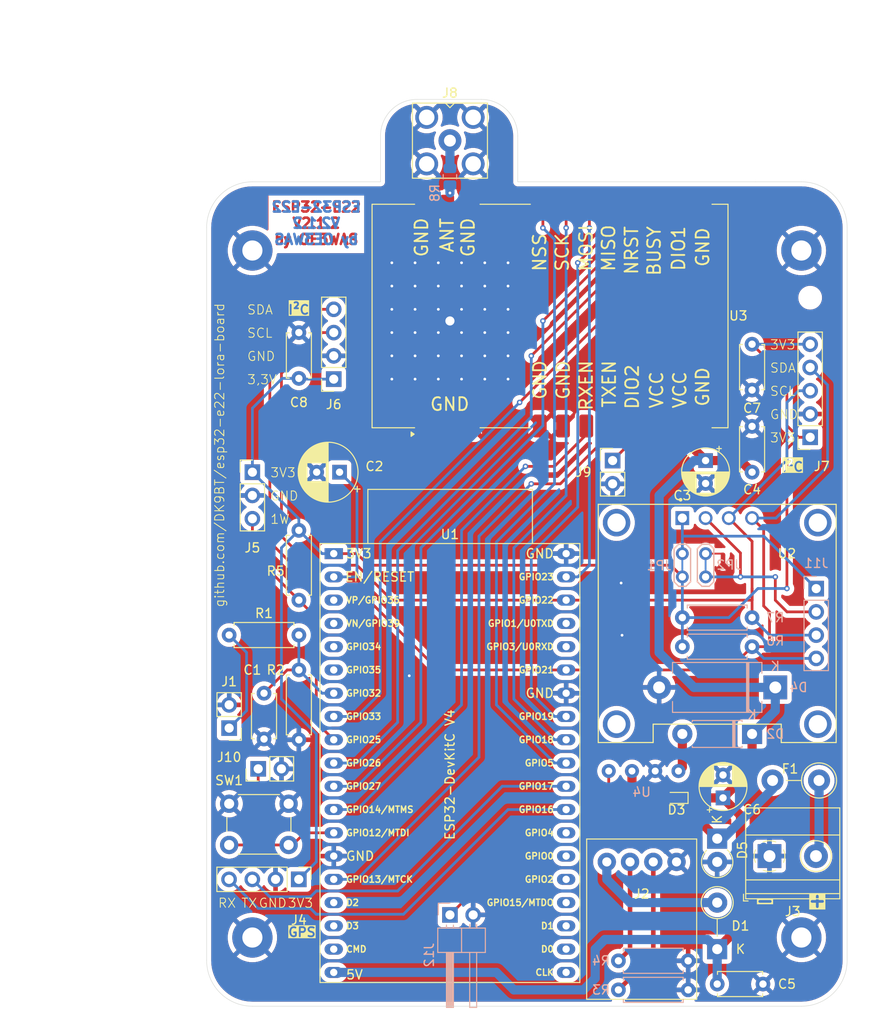
<source format=kicad_pcb>
(kicad_pcb (version 20240108) (generator "pcbnew") (generator_version "8.0")
  (title_block (title "ESP32+E22 single sided") (date "2024-11-17") (rev "V 2.1.2") (comment 1 "designed by OE3WAS"))
  (layers (0 "F.Cu" signal) (31 "B.Cu" signal) (34 "B.Paste" user) (35 "F.Paste" user) (36 "B.SilkS" user "B.Silkscreen") (37 "F.SilkS" user "F.Silkscreen") (38 "B.Mask" user) (39 "F.Mask" user) (44 "Edge.Cuts" user))
  (net 0 "")
  (net 1 "/GPS_TX")
  (net 2 "+3.3V")
  (net 3 "GND")
  (net 4 "/GPS_RX")
  (net 5 "/SDA")
  (net 6 "/SCL")
  (net 7 "/OneWire")
  (net 8 "Net-(U1-32K_XP{slash}GPIO32{slash}ADC1_CH4)")
  (net 9 "/E22_BUSY")
  (net 10 "Net-(U1-CHIP_PU)")
  (net 11 "/E22_NRST")
  (net 12 "Net-(D2-A)")
  (net 13 "/MISO")
  (net 14 "/MOSI")
  (net 15 "/E22_SCK")
  (net 16 "+5V")
  (net 17 "/E22_DIO1")
  (net 18 "/E22_NSS")
  (net 19 "Net-(J1-Pin_1)")
  (net 20 "Net-(J8-In)")
  (net 21 "Net-(J9-Pin_1)")
  (net 22 "Net-(J10-Pin_1)")
  (net 38 "/E22_RXEN")
  (net 39 "/E22_TXEN")
  (net 41 "Net-(J11-Pin_2)")
  (net 42 "Net-(D1-A)")
  (net 43 "Net-(U3-ANT)")
  (net 44 "Net-(J2-CC2)")
  (net 45 "Net-(J2-CC1)")
  (net 46 "Net-(D5-K)")
  (net 47 "Net-(J3-Pin_2)")
  (net 48 "Net-(J12-Pin_1)")
  (footprint "Connector_PinHeader_2.54mm:PinHeader_1x03_P2.54mm_Vertical" (layer "F.Cu") (at 115.57 87.63)
    (property "Reference" "J5")
    (property "Value" "Conn_01x03_Socket")
  )
  (footprint "Resistor_THT:R_Axial_DIN0207_L6.3mm_D2.5mm_P7.62mm_Horizontal" (layer "F.Cu") (at 113.03 105.41)
    (property "Reference" "R1")
    (property "Value" "5k1")
  )
  (footprint "Capacitor_THT:CP_Radial_D5.0mm_P2.50mm" (layer "F.Cu") (at 167.005 123.19 90)
    (property "Reference" "C6")
    (property "Value" "470µF")
  )
  (footprint "MountingHole:MountingHole_2.2mm_M2_Pad_TopBottom" (layer "F.Cu") (at 115.57 138.43)
    (property "Reference" "H3" (hide yes))
    (property "Value" "MountingHole_Pad")
  )
  (footprint "TerminalBlock_Phoenix:TerminalBlock_Phoenix_MKDS-1,5-2-5.08_1x02_P5.08mm_Horizontal" (layer "F.Cu") (at 172.085 129.54)
    (property "Reference" "J3")
    (property "Value" "Screw_Terminal_01x02")
  )
  (footprint "Resistor_THT:R_Axial_DIN0207_L6.3mm_D2.5mm_P7.62mm_Horizontal" (layer "F.Cu") (at 120.65 109.22 -90)
    (property "Reference" "R2")
    (property "Value" "5k1")
  )
  (footprint "Diode_THT:D_DO-41_SOD81_P2.54mm_Vertical_KathodeUp" (layer "F.Cu") (at 166.37 127.635 -90)
    (property "Reference" "D5")
    (property "Value" "1N4007")
  )
  (footprint "Capacitor_THT:CP_Radial_D6.3mm_P2.50mm" (layer "F.Cu") (at 125.095 87.63 180)
    (property "Reference" "C2")
    (property "Value" "10µF")
  )
  (footprint "footprints_local:DM-OLED096-636" (layer "F.Cu") (at 166.37 104.14)
    (property "Reference" "U2")
    (property "Value" "DM-OLED096-636")
  )
  (footprint "Resistor_THT:R_Axial_DIN0207_L6.3mm_D2.5mm_P7.62mm_Horizontal" (layer "F.Cu") (at 120.65 93.98 -90)
    (property "Reference" "R5")
    (property "Value" "4k7")
  )
  (footprint "footprints_local:USB-C_vert" (layer "F.Cu") (at 158.115 130.175)
    (property "Reference" "J2")
    (property "Value" "~")
  )
  (footprint "MountingHole:MountingHole_2.2mm_M2_Pad_TopBottom" (layer "F.Cu") (at 115.57 63.43)
    (property "Reference" "H1" (hide yes))
    (property "Value" "MountingHole_Pad")
  )
  (footprint "Connector_PinHeader_2.54mm:PinHeader_1x02_P2.54mm_Vertical" (layer "F.Cu") (at 113.03 115.57 180)
    (property "Reference" "J1")
    (property "Value" "Conn_01x02_Socket")
  )
  (footprint "Connector_PinSocket_2.54mm:PinSocket_1x04_P2.54mm_Vertical" (layer "F.Cu") (at 124.46 77.47 180)
    (property "Reference" "J6")
    (property "Value" "Conn_01x04_Socket")
  )
  (footprint "Diode_THT:D_DO-41_SOD81_P5.08mm_Vertical_KathodeUp" (layer "F.Cu") (at 166.37 139.7 90)
    (property "Reference" "D1")
    (property "Value" "1N5817")
  )
  (footprint "Capacitor_THT:C_Disc_D4.7mm_W2.5mm_P5.00mm" (layer "F.Cu") (at 170.18 87.63 90)
    (property "Reference" "C4")
    (property "Value" "100nF")
  )
  (footprint "MountingHole:MountingHole_2.2mm_M2_Pad_TopBottom" (layer "F.Cu") (at 175.57 63.43)
    (property "Reference" "H2" (hide yes))
    (property "Value" "MountingHole_Pad")
  )
  (footprint "Connector_PinSocket_2.54mm:PinSocket_1x05_P2.54mm_Vertical" (layer "F.Cu") (at 176.53 83.82 180)
    (property "Reference" "J7")
    (property "Value" "Conn_01x05_Socket")
  )
  (footprint "Capacitor_THT:C_Disc_D4.7mm_W2.5mm_P5.00mm" (layer "F.Cu") (at 166.37 143.51)
    (property "Reference" "C5")
    (property "Value" "100nF")
  )
  (footprint "Connector_Coaxial:SMA_Amphenol_901-143_Horizontal" (layer "F.Cu") (at 137.16 51.435 -90)
    (property "Reference" "J8")
    (property "Value" "SMA")
  )
  (footprint "MountingHole:MountingHole_2.1mm" (layer "F.Cu") (at 176.53 68.58)
    (property "Reference" "REF**" (hide yes))
    (property "Value" "MountingHole_2.1mm")
  )
  (footprint "Capacitor_THT:CP_Radial_D5.0mm_P2.50mm" (layer "F.Cu") (at 165.1 86.36 -90)
    (property "Reference" "C3")
    (property "Value" "470µF")
  )
  (footprint "NetTie:NetTie-2_SMD_Pad0.5mm" (layer "F.Cu") (at 167.005 97.155 -90)
    (property "Reference" "NT1" (hide yes))
    (property "Value" "NetTie_2" (hide yes))
  )
  (footprint "footprints_local:E22-400M33S" (layer "F.Cu") (at 145.1 70.58 90)
    (property "Reference" "U3")
    (property "Value" "E22-400M33S")
  )
  (footprint "Connector_PinHeader_2.54mm:PinHeader_1x04_P2.54mm_Vertical" (layer "F.Cu") (at 120.64 132.08 -90)
    (property "Reference" "J4")
    (property "Value" "Conn_01x04_Socket" (hide yes))
  )
  (footprint "footprints_local:ESP32-DevKitC" (layer "F.Cu") (at 124.46 96.52)
    (property "Reference" "U1")
    (property "Value" "ESP32-DevKitC V4")
  )
  (footprint "Capacitor_THT:C_Disc_D4.7mm_W2.5mm_P5.00mm" (layer "F.Cu") (at 170.18 73.66 -90)
    (property "Reference" "C7")
    (property "Value" "100nF")
  )
  (footprint "Capacitor_THT:C_Disc_D4.7mm_W2.5mm_P5.00mm" (layer "F.Cu") (at 116.84 111.76 -90)
    (property "Reference" "C1")
    (property "Value" "100nF")
  )
  (footprint "MountingHole:MountingHole_2.2mm_M2_Pad_TopBottom" (layer "F.Cu") (at 175.57 138.43)
    (property "Reference" "H4" (hide yes))
    (property "Value" "MountingHole_Pad")
  )
  (footprint "Resistor_THT:R_Axial_DIN0411_L9.9mm_D3.6mm_P5.08mm_Vertical" (layer "F.Cu") (at 177.5 121.285 180)
    (property "Reference" "F1")
    (property "Value" "2A")
  )
  (footprint "Capacitor_THT:C_Disc_D4.7mm_W2.5mm_P5.00mm" (layer "F.Cu") (at 120.65 72.39 -90)
    (property "Reference" "C8")
    (property "Value" "100nF")
  )
  (footprint "Connector_PinHeader_2.54mm:PinHeader_1x02_P2.54mm_Vertical" (layer "F.Cu") (at 116.205 120.015 90)
    (property "Reference" "J10")
    (property "Value" "Conn_01x02_Socket")
  )
  (footprint "Button_Switch_THT:SW_PUSH_6mm" (layer "F.Cu") (at 113.03 123.825)
    (property "Reference" "SW1")
    (property "Value" "SW_Push")
  )
  (footprint "Diode_SMD:D_SOD-523" (layer "F.Cu") (at 161.925 123.19 180)
    (property "Reference" "D3")
    (property "Value" "LESD5D5.0CT1G")
  )
  (footprint "Connector_PinHeader_2.54mm:PinHeader_1x02_P2.54mm_Vertical" (layer "F.Cu") (at 154.94 86.36)
    (property "Reference" "J9")
    (property "Value" "Conn_01x02_Socket" (hide yes))
  )
  (footprint "Diode_THT:D_DO-201_P12.70mm_Horizontal" (layer "B.Cu") (at 172.72 111.125 180)
    (property "Reference" "D4")
    (property "Value" "1N5908")
  )
  (footprint "KiCad:HW-613" (layer "B.Cu") (at 158.115 141.605)
    (property "Reference" "U4")
    (property "Value" "HW-613" (hide yes))
  )
  (footprint "TestPoint:TestPoint_2Pads_Pitch2.54mm_Drill0.8mm" (layer "B.Cu") (at 162.56 96.52 -90)
    (property "Reference" "JP1")
    (property "Value" "Jumper_2_Small_Bridged" (hide yes))
  )
  (footprint "Resistor_THT:R_Axial_DIN0207_L6.3mm_D2.5mm_P7.62mm_Horizontal" (layer "B.Cu") (at 155.575 140.97)
    (property "Reference" "R4")
    (property "Value" "5k1")
  )
  (footprint "Resistor_SMD:R_0805_2012Metric" (layer "B.Cu") (at 137.16 55.372 -90)
    (property "Reference" "R8")
    (property "Value" "0R")
  )
  (footprint "Connector_PinHeader_2.54mm:PinHeader_1x02_P2.54mm_Horizontal" (layer "B.Cu") (at 137.16 135.96 -90)
    (property "Reference" "J12")
    (property "Value" "Conn_01x02_Socket")
  )
  (footprint "Resistor_THT:R_Axial_DIN0207_L6.3mm_D2.5mm_P7.62mm_Horizontal" (layer "B.Cu") (at 162.56 103.505)
    (property "Reference" "R7")
    (property "Value" "10k")
  )
  (footprint "Diode_THT:D_DO-41_SOD81_P7.62mm_Horizontal" (layer "B.Cu") (at 170.18 116.205 180)
    (property "Reference" "D2")
    (property "Value" "1N5817")
  )
  (footprint "TestPoint:TestPoint_2Pads_Pitch2.54mm_Drill0.8mm" (layer "B.Cu") (at 165.1 99.06 90)
    (property "Reference" "JP2")
    (property "Value" "Jumper_2_Small_Bridged" (hide yes))
  )
  (footprint "Connector_PinSocket_2.54mm:PinSocket_1x04_P2.54mm_Vertical" (layer "B.Cu") (at 177.19 100.34 180)
    (property "Reference" "J11")
    (property "Value" "Conn_01x04_Socket")
  )
  (footprint "Resistor_THT:R_Axial_DIN0207_L6.3mm_D2.5mm_P7.62mm_Horizontal" (layer "B.Cu") (at 162.56 106.68)
    (property "Reference" "R6")
    (property "Value" "10k")
  )
  (footprint "Resistor_THT:R_Axial_DIN0207_L6.3mm_D2.5mm_P7.62mm_Horizontal" (layer "B.Cu") (at 155.575 144.145)
    (property "Reference" "R3")
    (property "Value" "5k1")
  )
  (gr_line (start 170.57 55.93) (end 144.57 55.93) (stroke (width 0.05)) (layer "Edge.Cuts"))
  (gr_arc (start 140.57 46.93) (mid 143.398427 48.101573) (end 144.57 50.93) (stroke (width 0.05)) (layer "Edge.Cuts"))
  (gr_line (start 175.57 145.93) (end 115.57 145.93) (stroke (width 0.05)) (layer "Edge.Cuts"))
  (gr_line (start 129.57 55.93) (end 115.57 55.93) (stroke (width 0.05)) (layer "Edge.Cuts"))
  (gr_arc (start 175.57 55.93) (mid 179.105534 57.394466) (end 180.57 60.93) (stroke (width 0.05)) (layer "Edge.Cuts"))
  (gr_arc (start 110.57 60.93) (mid 112.034466 57.394466) (end 115.57 55.93) (stroke (width 0.05)) (layer "Edge.Cuts"))
  (gr_line (start 110.57 140.93) (end 110.57 60.93) (stroke (width 0.05)) (layer "Edge.Cuts"))
  (gr_line (start 170.57 55.93) (end 175.57 55.93) (stroke (width 0.05)) (layer "Edge.Cuts"))
  (gr_arc (start 115.57 145.93) (mid 112.034466 144.465534) (end 110.57 140.93) (stroke (width 0.05)) (layer "Edge.Cuts"))
  (gr_line (start 129.57 55.93) (end 129.57 50.93) (stroke (width 0.05)) (layer "Edge.Cuts"))
  (gr_line (start 144.57 55.93) (end 144.57 50.93) (stroke (width 0.05)) (layer "Edge.Cuts"))
  (gr_arc (start 129.57 50.93) (mid 130.741573 48.101573) (end 133.57 46.93) (stroke (width 0.05)) (layer "Edge.Cuts"))
  (gr_arc (start 180.57 140.93) (mid 179.105534 144.465534) (end 175.57 145.93) (stroke (width 0.05)) (layer "Edge.Cuts"))
  (gr_line (start 140.57 46.93) (end 133.57 46.93) (stroke (width 0.05)) (layer "Edge.Cuts"))
  (gr_line (start 180.57 60.93) (end 180.57 140.93) (stroke (width 0.05)) (layer "Edge.Cuts"))
  (gr_text "ESP32-E22\nV2.1.2\nby OE3WAS" (at 122.555 62.865 0) (layer "F.Cu") (effects (font (size 1.1 1.1) (thickness 0.275) (bold yes)) (justify bottom)))
  (gr_text "ESP32-E22\nV2.1.2\nby OE3WAS" (at 122.555 62.865 0) (layer "B.Cu") (effects (font (size 1.1 1.1) (thickness 0.275) (bold yes)) (justify bottom mirror)))
  (gr_text "SDA" (at 114.935 70.485 0) (layer "F.SilkS") (effects (font (size 1 1) (thickness 0.1)) (justify left bottom)))
  (gr_text "-" (at 172.72 135.255 0) (layer "F.SilkS" knockout) (effects (font (size 1.5 1.5) (thickness 0.3) (bold yes)) (justify left bottom mirror)))
  (gr_text "GND" (at 117.475 90.805 0) (layer "F.SilkS") (effects (font (size 1 1) (thickness 0.1)) (justify left bottom)))
  (gr_text "1W" (at 117.475 93.345 0) (layer "F.SilkS") (effects (font (size 1 1) (thickness 0.1)) (justify left bottom)))
  (gr_text "GPS" (at 119.38 138.43 0) (layer "F.SilkS" knockout) (effects (font (size 1 1) (thickness 0.2) (bold yes)) (justify left bottom)))
  (gr_text "SCL\n" (at 114.935 73.025 0) (layer "F.SilkS") (effects (font (size 1 1) (thickness 0.1)) (justify left bottom)))
  (gr_text "3,3V" (at 114.935 78.105 0) (layer "F.SilkS") (effects (font (size 1 1) (thickness 0.1)) (justify left bottom)))
  (gr_text "I²C" (at 119.38 70.485 0) (layer "F.SilkS" knockout) (effects (font (size 1 1) (thickness 0.2) (bold yes)) (justify left bottom)))
  (gr_text "I²C" (at 173.355 87.63 0) (layer "F.SilkS" knockout) (effects (font (size 1 1) (thickness 0.2) (bold yes)) (justify left bottom)))
  (gr_text "GND" (at 114.935 75.565 0) (layer "F.SilkS") (effects (font (size 1 1) (thickness 0.1)) (justify left bottom)))
  (gr_text "+" (at 178.435 135.255 0) (layer "F.SilkS" knockout) (effects (font (size 1.5 1.5) (thickness 0.3) (bold yes)) (justify left bottom mirror)))
  (gr_text "3V3" (at 117.475 88.265 0) (layer "F.SilkS") (effects (font (size 1 1) (thickness 0.1)) (justify left bottom)))
  (gr_text "TX" (at 114.3 135.255 0) (layer "F.SilkS") (effects (font (size 1 1) (thickness 0.1)) (justify left bottom)))
  (gr_text "SCL" (at 172.085 79.375 0) (layer "F.SilkS") (effects (font (size 1 1) (thickness 0.1)) (justify left bottom)))
  (gr_text "3V3" (at 172.085 84.455 0) (layer "F.SilkS") (effects (font (size 1 1) (thickness 0.1)) (justify left bottom)))
  (gr_text "SDA" (at 172.085 76.835 0) (layer "F.SilkS") (effects (font (size 1 1) (thickness 0.1)) (justify left bottom)))
  (gr_text "GND" (at 116.205 135.255 0) (layer "F.SilkS") (effects (font (size 1 1) (thickness 0.1)) (justify left bottom)))
  (gr_text "github.com/DK9BT/esp32-e22-lora-board" (at 112.57 102.43 90) (layer "F.SilkS") (effects (font (size 1 1) (thickness 0.1)) (justify left bottom)))
  (gr_text "3V3" (at 119.38 135.255 0) (layer "F.SilkS") (effects (font (size 1 1) (thickness 0.1)) (justify left bottom)))
  (gr_text "RX" (at 111.76 135.255 0) (layer "F.SilkS") (effects (font (size 1 1) (thickness 0.1)) (justify left bottom)))
  (gr_text "3V3" (at 172.085 74.295 0) (layer "F.SilkS") (effects (font (size 1 1) (thickness 0.1)) (justify left bottom)))
  (gr_text "GND" (at 172.085 81.915 0) (layer "F.SilkS") (effects (font (size 1 1) (thickness 0.1)) (justify left bottom)))
  (segment (start 131.445 133.35) (end 122.555 133.35) (width 0.3) (layer "B.Cu") (net 1))
  (segment (start 117.465 133.985) (end 115.56 132.08) (width 0.3) (layer "B.Cu") (net 1))
  (segment (start 142.875 121.92) (end 131.445 133.35) (width 0.3) (layer "B.Cu") (net 1))
  (segment (start 121.92 133.985) (end 117.465 133.985) (width 0.3) (layer "B.Cu") (net 1))
  (segment (start 122.555 133.35) (end 121.92 133.985) (width 0.3) (layer "B.Cu") (net 1))
  (segment (start 149.86 121.92) (end 142.875 121.92) (width 0.3) (layer "B.Cu") (net 1))
  (segment (start 161.29 97.79) (end 162.56 99.06) (width 0.3) (layer "F.Cu") (net 2))
  (segment (start 173.99 100.33) (end 173.99 85.09) (width 0.3) (layer "F.Cu") (net 2))
  (segment (start 127 96.52) (end 128.27 97.79) (width 0.3) (layer "F.Cu") (net 2))
  (segment (start 124.46 96.52) (end 127 96.52) (width 0.3) (layer "F.Cu") (net 2))
  (segment (start 173.99 77.47) (end 170.18 73.66) (width 0.3) (layer "F.Cu") (net 2))
  (segment (start 173.99 82.55) (end 173.99 77.47) (width 0.3) (layer "F.Cu") (net 2))
  (segment (start 128.27 97.79) (end 161.29 97.79) (width 0.3) (layer "F.Cu") (net 2))
  (segment (start 175.26 83.82) (end 173.99 82.55) (width 0.3) (layer "F.Cu") (net 2))
  (segment (start 173.99 85.09) (end 175.26 83.82) (width 0.3) (layer "F.Cu") (net 2))
  (segment (start 175.26 83.82) (end 176.53 83.82) (width 0.3) (layer "F.Cu") (net 2))
  (via (at 173.99 100.33) (size 0.6) (drill 0.3) (layers "F.Cu" "B.Cu") (net 2))
  (segment (start 167.64 103.505) (end 170.815 100.33) (width 0.3) (layer "B.Cu") (net 2))
  (segment (start 116.84 88.9) (end 115.57 87.63) (width 0.3) (layer "B.Cu") (net 2))
  (segment (start 118.745 112.395) (end 118.745 95.885) (width 0.3) (layer "B.Cu") (net 2))
  (segment (start 120.73 77.47) (end 124.46 77.47) (width 0.3) (layer "B.Cu") (net 2))
  (segment (start 115.57 87.63) (end 115.57 80.645) (width 0.3) (layer "B.Cu") (net 2))
  (segment (start 122.555 116.205) (end 118.745 112.395) (width 0.3) (layer "B.Cu") (net 2))
  (segment (start 173.99 100.33) (end 174 100.34) (width 0.3) (layer "B.Cu") (net 2))
  (segment (start 162.56 96.52) (end 162.56 94.615) (width 0.3) (layer "B.Cu") (net 2))
  (segment (start 120.64 132.08) (end 122.555 130.165) (width 0.3) (layer "B.Cu") (net 2))
  (segment (start 118.825 77.39) (end 120.65 77.39) (width 0.3) (layer "B.Cu") (net 2))
  (segment (start 170.815 100.33) (end 173.99 100.33) (width 0.3) (layer "B.Cu") (net 2))
  (segment (start 115.57 80.645) (end 118.825 77.39) (width 0.3) (layer "B.Cu") (net 2))
  (segment (start 120.65 93.98) (end 120.65 92.71) (width 0.3) (layer "B.Cu") (net 2))
  (segment (start 162.56 94.615) (end 171.465 94.615) (width 0.3) (layer "B.Cu") (net 2))
  (segment (start 176.53 73.66) (end 170.18 73.66) (width 0.3) (layer "B.Cu") (net 2))
  (segment (start 120.65 77.39) (end 120.73 77.47) (width 0.3) (layer "B.Cu") (net 2))
  (segment (start 120.65 92.71) (end 116.84 88.9) (width 0.3) (layer "B.Cu") (net 2))
  (segment (start 162.56 99.06) (end 162.56 106.68) (width 0.3) (layer "B.Cu") (net 2))
  (segment (start 123.19 96.52) (end 124.46 96.52) (width 0.3) (layer "B.Cu") (net 2))
  (segment (start 162.56 94.615) (end 162.56 92.64) (width 0.3) (layer "B.Cu") (net 2))
  (segment (start 162.56 96.52) (end 162.56 99.06) (width 0.2) (layer "B.Cu") (net 2))
  (segment (start 171.465 94.615) (end 177.19 100.34) (width 0.3) (layer "B.Cu") (net 2))
  (segment (start 120.65 93.98) (end 123.19 96.52) (width 0.3) (layer "B.Cu") (net 2))
  (segment (start 118.745 95.885) (end 120.65 93.98) (width 0.3) (layer "B.Cu") (net 2))
  (segment (start 122.555 130.165) (end 122.555 116.205) (width 0.3) (layer "B.Cu") (net 2))
  (segment (start 162.56 103.505) (end 167.64 103.505) (width 0.3) (layer "B.Cu") (net 2))
  (via (at 140.97 77.47) (size 0.6) (drill 0.3) (layers "F.Cu" "B.Cu") (net 3))
  (via (at 143.51 67.31) (size 0.6) (drill 0.3) (layers "F.Cu" "B.Cu") (net 3))
  (via (at 140.97 67.31) (size 0.6) (drill 0.3) (layers "F.Cu" "B.Cu") (net 3))
  (via (at 138.43 74.93) (size 0.6) (drill 0.3) (layers "F.Cu" "B.Cu") (net 3))
  (via (at 138.43 72.39) (size 0.6) (drill 0.3) (layers "F.Cu" "B.Cu") (net 3))
  (via (at 130.81 67.31) (size 0.6) (drill 0.3) (layers "F.Cu" "B.Cu") (net 3))
  (via (at 137.16 71.12) (size 0.6) (drill 0.3) (layers "F.Cu" "B.Cu") (net 3))
  (via (at 143.51 72.39) (size 0.6) (drill 0.3) (layers "F.Cu" "B.Cu") (net 3))
  (via (at 143.51 77.47) (size 0.6) (drill 0.3) (layers "F.Cu" "B.Cu") (net 3))
  (via (at 138.43 77.47) (size 0.6) (drill 0.3) (layers "F.Cu" "B.Cu") (net 3))
  (via (at 143.51 74.93) (size 0.6) (drill 0.3) (layers "F.Cu" "B.Cu") (net 3))
  (via (at 138.43 69.85) (size 0.6) (drill 0.3) (layers "F.Cu" "B.Cu") (net 3))
  (via (at 155.87 99.73) (size 0.6) (drill 0.3) (layers "F.Cu" "B.Cu") (net 3))
  (via (at 155.97 105.43) (size 0.6) (drill 0.3) (layers "F.Cu" "B.Cu") (net 3))
  (via (at 143.51 64.77) (size 0.6) (drill 0.3) (layers "F.Cu" "B.Cu") (net 3))
  (via (at 130.81 72.39) (size 0.6) (drill 0.3) (layers "F.Cu" "B.Cu") (net 3))
  (via (at 140.97 69.85) (size 0.6) (drill 0.3) (layers "F.Cu" "B.Cu") (net 3))
  (via (at 130.81 74.93) (size 0.6) (drill 0.3) (layers "F.Cu" "B.Cu") (net 3))
  (via (at 130.81 64.77) (size 0.6) (drill 0.3) (layers "F.Cu" "B.Cu") (net 3))
  (via (at 133.35 69.85) (size 0.6) (drill 0.3) (layers "F.Cu" "B.Cu") (net 3))
  (via (at 133.35 67.31) (size 0.6) (drill 0.3) (layers "F.Cu" "B.Cu") (net 3))
  (via (at 132.715 109.855) (size 0.6) (drill 0.3) (layers "F.Cu" "B.Cu") (net 3))
  (via (at 133.35 64.77) (size 0.6) (drill 0.3) (layers "F.Cu" "B.Cu") (net 3))
  (via (at 138.43 67.31) (size 0.6) (drill 0.3) (layers "F.Cu" "B.Cu") (net 3))
  (via (at 133.35 77.47) (size 0.6) (drill 0.3) (layers "F.Cu" "B.Cu") (net 3))
  (via (at 130.81 69.85) (size 0.6) (drill 0.3) (layers "F.Cu" "B.Cu") (net 3))
  (via (at 140.97 64.77) (size 0.6) (drill 0.3) (layers "F.Cu" "B.Cu") (net 3))
  (via (at 143.51 69.85) (size 0.6) (drill 0.3) (layers "F.Cu" "B.Cu") (net 3))
  (via (at 135.89 77.47) (size 0.6) (drill 0.3) (layers "F.Cu" "B.Cu") (net 3))
  (via (at 130.81 77.47) (size 0.6) (drill 0.3) (layers "F.Cu" "B.Cu") (net 3))
  (via (at 135.89 67.31) (size 0.6) (drill 0.3) (layers "F.Cu" "B.Cu") (net 3))
  (via (at 140.97 74.93) (size 0.6) (drill 0.3) (layers "F.Cu" "B.Cu") (net 3))
  (via (at 135.89 64.77) (size 0.6) (drill 0.3) (layers "F.Cu" "B.Cu") (net 3))
  (via (at 135.89 74.93) (size 0.6) (drill 0.3) (layers "F.Cu" "B.Cu") (net 3))
  (via (at 138.43 64.77) (size 0.6) (drill 0.3) (layers "F.Cu" "B.Cu") (net 3))
  (via (at 140.97 72.39) (size 0.6) (drill 0.3) (layers "F.Cu" "B.Cu") (net 3))
  (via (at 135.89 69.85) (size 0.6) (drill 0.3) (layers "F.Cu" "B.Cu") (net 3))
  (via (at 137.16 71.12) (size 0.6) (drill 0.3) (layers "F.Cu" "B.Cu") (net 3))
  (via (at 133.35 72.39) (size 0.6) (drill 0.3) (layers "F.Cu" "B.Cu") (net 3))
  (via (at 137.16 71.12) (size 1.3) (drill 1) (layers "F.Cu" "B.Cu") (net 3))
  (via (at 133.35 74.93) (size 0.6) (drill 0.3) (layers "F.Cu" "B.Cu") (net 3))
  (via (at 135.89 72.39) (size 0.6) (drill 0.3) (layers "F.Cu" "B.Cu") (net 3))
  (segment (start 171.45 128.57) (end 172.085 129.205) (width 1) (layer "B.Cu") (net 3))
  (segment (start 172.085 129.205) (end 172.085 129.54) (width 1) (layer "B.Cu") (net 3))
  (segment (start 116.205 135.255) (end 113.03 132.08) (width 0.3) (layer "B.Cu") (net 4))
  (segment (start 143.51 124.46) (end 132.08 135.89) (width 0.3) (layer "B.Cu") (net 4))
  (segment (start 121.92 135.255) (end 116.205 135.255) (width 0.3) (layer "B.Cu") (net 4))
  (segment (start 132.08 135.89) (end 122.555 135.89) (width 0.3) (layer "B.Cu") (net 4))
  (segment (start 122.555 135.89) (end 121.92 135.255) (width 0.3) (layer "B.Cu") (net 4))
  (segment (start 113.03 132.08) (end 113.02 132.08) (width 0.3) (layer "B.Cu") (net 4))
  (segment (start 149.86 124.46) (end 143.51 124.46) (width 0.3) (layer "B.Cu") (net 4))
  (segment (start 127 100.33) (end 122.555 100.33) (width 0.3) (layer "F.Cu") (net 5))
  (segment (start 172.085 106.68) (end 170.18 106.68) (width 0.3) (layer "F.Cu") (net 5))
  (segment (start 171.45 93.91) (end 171.45 102.235) (width 0.3) (layer "F.Cu") (net 5))
  (segment (start 120.65 69.85) (end 124.46 69.85) (width 0.3) (layer "F.Cu") (net 5))
  (segment (start 117.475 73.025) (end 120.65 69.85) (width 0.3) (layer "F.Cu") (net 5))
  (segment (start 117.475 95.25) (end 117.475 73.025) (width 0.3) (layer "F.Cu") (net 5))
  (segment (start 172.085 102.87) (end 172.085 106.68) (width 0.3) (layer "F.Cu") (net 5))
  (segment (start 135.89 109.22) (end 127 100.33) (width 0.3) (layer "F.Cu") (net 5))
  (segment (start 170.18 92.64) (end 171.45 93.91) (width 0.3) (layer "F.Cu") (net 5))
  (segment (start 122.555 100.33) (end 117.475 95.25) (width 0.3) (layer "F.Cu") (net 5))
  (segment (start 149.86 109.22) (end 167.64 109.22) (width 0.3) (layer "F.Cu") (net 5))
  (segment (start 167.64 109.22) (end 170.18 106.68) (width 0.3) (layer "F.Cu") (net 5))
  (segment (start 171.45 102.235) (end 172.085 102.87) (width 0.3) (layer "F.Cu") (net 5))
  (segment (start 149.86 109.22) (end 135.89 109.22) (width 0.3) (layer "F.Cu") (net 5))
  (segment (start 178.435 86.995) (end 178.435 78.105) (width 0.3) (layer "B.Cu") (net 5))
  (segment (start 177.19 107.96) (end 171.46 107.96) (width 0.3) (layer "B.Cu") (net 5))
  (segment (start 172.79 92.64) (end 178.435 86.995) (width 0.3) (layer "B.Cu") (net 5))
  (segment (start 178.435 78.105) (end 176.53 76.2) (width 0.3) (layer "B.Cu") (net 5))
  (segment (start 170.18 92.64) (end 172.79 92.64) (width 0.3) (layer "B.Cu") (net 5))
  (segment (start 171.46 107.96) (end 170.18 106.68) (width 0.3) (layer "B.Cu") (net 5))
  (segment (start 121.92 97.79) (end 118.745 94.615) (width 0.3) (layer "F.Cu") (net 6))
  (segment (start 170.18 101.6) (end 170.18 100.33) (width 0.3) (layer "F.Cu") (net 6))
  (segment (start 170.18 95.18) (end 167.64 92.64) (width 0.3) (layer "F.Cu") (net 6))
  (segment (start 127 97.79) (end 121.92 97.79) (width 0.3) (layer "F.Cu") (net 6))
  (segment (start 149.86 101.6) (end 170.18 101.6) (width 0.3) (layer "F.Cu") (net 6))
  (segment (start 149.86 101.6) (end 130.81 101.6) (width 0.3) (layer "F.Cu") (net 6))
  (segment (start 170.18 100.33) (end 170.18 103.505) (width 0.3) (layer "F.Cu") (net 6))
  (segment (start 170.18 100.33) (end 170.18 95.18) (width 0.3) (layer "F.Cu") (net 6))
  (segment (start 130.81 101.6) (end 127 97.79) (width 0.3) (layer "F.Cu") (net 6))
  (segment (start 123.19 72.39) (end 124.46 72.39) (width 0.3) (layer "F.Cu") (net 6))
  (segment (start 118.745 76.835) (end 123.19 72.39) (width 0.3) (layer "F.Cu") (net 6))
  (segment (start 118.745 94.615) (end 118.745 76.835) (width 0.3) (layer "F.Cu") (net 6))
  (segment (start 173.99 80.01) (end 175.26 78.74) (width 0.3) (layer "B.Cu") (net 6))
  (segment (start 167.64 92.64) (end 173.99 86.29) (width 0.3) (layer "B.Cu") (net 6))
  (segment (start 173.99 86.29) (end 173.99 80.01) (width 0.3) (layer "B.Cu") (net 6))
  (segment (start 172.095 105.42) (end 170.18 103.505) (width 0.3) (layer "B.Cu") (net 6))
  (segment (start 177.19 105.42) (end 172.095 105.42) (width 0.3) (layer "B.Cu") (net 6))
  (segment (start 175.26 78.74) (end 176.53 78.74) (width 0.3) (layer "B.Cu") (net 6))
  (segment (start 120.65 101.6) (end 122.555 103.505) (width 0.3) (layer "F.Cu") (net 7))
  (segment (start 115.57 92.71) (end 115.57 96.52) (width 0.3) (layer "F.Cu") (net 7))
  (segment (start 115.57 96.52) (end 120.65 101.6) (width 0.3) (layer "F.Cu") (net 7))
  (segment (start 122.555 114.935) (end 124.46 116.84) (width 0.3) (layer "F.Cu") (net 7))
  (segment (start 122.555 103.505) (end 122.555 114.935) (width 0.3) (layer "F.Cu") (net 7))
  (segment (start 119.38 109.22) (end 116.84 111.76) (width 0.3) (layer "F.Cu") (net 8))
  (segment (start 120.65 109.22) (end 119.38 109.22) (width 0.3) (layer "F.Cu") (net 8))
  (segment (start 120.65 109.22) (end 123.19 111.76) (width 0.3) (layer "B.Cu") (net 8))
  (segment (start 120.65 105.41) (end 120.65 109.22) (width 0.3) (layer "B.Cu") (net 8))
  (segment (start 123.19 111.76) (end 124.46 111.76) (width 0.3) (layer "B.Cu") (net 8))
  (segment (start 159.68 61.3) (end 159.68 58.59) (width 0.3) (layer "F.Cu") (net 9))
  (segment (start 146.05 74.93) (end 159.68 61.3) (width 0.3) (layer "F.Cu") (net 9))
  (via (at 146.05 74.93) (size 0.6) (drill 0.3) (layers "F.Cu" "B.Cu") (net 9))
  (segment (start 146.05 81.5975) (end 131.445 96.2025) (width 0.3) (layer "B.Cu") (net 9))
  (segment (start 131.445 114.935) (end 127 119.38) (width 0.3) (layer "B.Cu") (net 9))
  (segment (start 131.445 96.2025) (end 131.445 114.935) (width 0.3) (layer "B.Cu") (net 9))
  (segment (start 146.05 74.93) (end 146.05 81.5975) (width 0.3) (layer "B.Cu") (net 9))
  (segment (start 127 119.38) (end 124.46 119.38) (width 0.3) (layer "B.Cu") (net 9))
  (segment (start 127 89.535) (end 125.095 87.63) (width 0.3) (layer "B.Cu") (net 10))
  (segment (start 124.46 99.06) (end 127 99.06) (width 0.3) (layer "B.Cu") (net 10))
  (segment (start 127 99.06) (end 127 89.535) (width 0.3) (layer "B.Cu") (net 10))
  (segment (start 147.32 71.12) (end 157.14 61.3) (width 0.3) (layer "F.Cu") (net 11))
  (segment (start 157.14 61.3) (end 157.14 58.59) (width 0.3) (layer "F.Cu") (net 11))
  (via (at 147.32 71.12) (size 0.6) (drill 0.3) (layers "F.Cu" "B.Cu") (net 11))
  (segment (start 133.985 114.935) (end 127 121.92) (width 0.3) (layer "B.Cu") (net 11))
  (segment (start 147.32 71.12) (end 147.32 82.55) (width 0.3) (layer "B.Cu") (net 11))
  (segment (start 127 121.92) (end 124.46 121.92) (width 0.3) (layer "B.Cu") (net 11))
  (segment (start 133.985 95.885) (end 133.985 114.935) (width 0.3) (layer "B.Cu") (net 11))
  (segment (start 147.32 82.55) (end 133.985 95.885) (width 0.3) (layer "B.Cu") (net 11))
  (segment (start 162.56 116.205) (end 162.56 119.83) (width 1) (layer "F.Cu") (net 12))
  (segment (start 162.56 119.83) (end 162.135 120.255) (width 1) (layer "F.Cu") (net 12))
  (segment (start 151.13 64.77) (end 154.6 61.3) (width 0.3) (layer "F.Cu") (net 13))
  (segment (start 154.6 61.3) (end 154.6 58.59) (width 0.3) (layer "F.Cu") (net 13))
  (via (at 151.13 64.77) (size 0.6) (drill 0.3) (layers "F.Cu" "B.Cu") (net 13))
  (segment (start 146.05 96.52) (end 146.05 111.76) (width 0.3) (layer "B.Cu") (net 13))
  (segment (start 151.13 64.77) (end 151.13 91.44) (width 0.3) (layer "B.Cu") (net 13))
  (segment (start 146.05 111.76) (end 148.59 114.3) (width 0.3) (layer "B.Cu") (net 13))
  (segment (start 148.59 114.3) (end 149.86 114.3) (width 0.3) (layer "B.Cu") (net 13))
  (segment (start 151.13 91.44) (end 146.05 96.52) (width 0.3) (layer "B.Cu") (net 13))
  (segment (start 152.4 58.93) (end 152.06 58.59) (width 0.3) (layer "F.Cu") (net 14))
  (segment (start 152.4 60.96) (end 152.4 58.93) (width 0.3) (layer "F.Cu") (net 14))
  (via (at 152.4 60.96) (size 0.6) (drill 0.3) (layers "F.Cu" "B.Cu") (net 14))
  (segment (start 152.4 97.79) (end 151.13 99.06) (width 0.3) (layer "B.Cu") (net 14))
  (segment (start 152.4 60.96) (end 152.4 97.79) (width 0.3) (layer "B.Cu") (net 14))
  (segment (start 151.13 99.06) (end 149.86 99.06) (width 0.3) (layer "B.Cu") (net 14))
  (segment (start 149.86 58.93) (end 149.52 58.59) (width 0.3) (layer "F.Cu") (net 15))
  (segment (start 149.86 60.96) (end 149.86 58.93) (width 0.3) (layer "F.Cu") (net 15))
  (via (at 149.86 60.96) (size 0.6) (drill 0.3) (layers "F.Cu" "B.Cu") (net 15))
  (segment (start 148.59 116.84) (end 149.86 116.84) (width 0.3) (layer "B.Cu") (net 15))
  (segment (start 149.86 60.96) (end 149.86 90.17) (width 0.3) (layer "B.Cu") (net 15))
  (segment (start 144.145 112.395) (end 148.59 116.84) (width 0.3) (layer "B.Cu") (net 15))
  (segment (start 149.86 90.17) (end 144.145 95.885) (width 0.3) (layer "B.Cu") (net 15))
  (segment (start 144.145 95.885) (end 144.145 112.395) (width 0.3) (layer "B.Cu") (net 15))
  (segment (start 162.625 123.19) (end 167.005 123.19) (width 1) (layer "F.Cu") (net 16))
  (segment (start 162.22 82.59) (end 159.68 82.59) (width 1) (layer "F.Cu") (net 16))
  (segment (start 168.91 86.36) (end 170.18 87.63) (width 1) (layer "F.Cu") (net 16))
  (segment (start 165.1 86.36) (end 162.22 83.48) (width 1) (layer "F.Cu") (net 16))
  (segment (start 162.22 83.48) (end 162.22 82.59) (width 1) (layer "F.Cu") (net 16))
  (segment (start 165.1 86.36) (end 168.91 86.36) (width 1) (layer "F.Cu") (net 16))
  (segment (start 167.005 123.19) (end 168.91 125.095) (width 1) (layer "F.Cu") (net 16))
  (segment (start 168.91 137.16) (end 166.37 139.7) (width 1) (layer "F.Cu") (net 16))
  (segment (start 170.18 120.015) (end 167.005 123.19) (width 1) (layer "F.Cu") (net 16))
  (segment (start 170.18 116.205) (end 170.18 120.015) (width 1) (layer "F.Cu") (net 16))
  (segment (start 168.91 125.095) (end 168.91 137.16) (width 1) (layer "F.Cu") (net 16))
  (segment (start 153.035 139.7) (end 154.087182 138.647818) (width 1) (layer "B.Cu") (net 16))
  (segment (start 163.83 86.36) (end 165.1 86.36) (width 1) (layer "B.Cu") (net 16))
  (segment (start 154.087182 138.647818) (end 165.317818 138.647818) (width 1) (layer "B.Cu") (net 16))
  (segment (start 142.24 142.24) (end 144.145 144.145) (width 1) (layer "B.Cu") (net 16))
  (segment (start 165.317818 138.647818) (end 166.37 139.7) (width 1) (layer "B.Cu") (net 16))
  (segment (start 166.37 139.7) (end 166.37 143.51) (width 1) (layer "B.Cu") (net 16))
  (segment (start 172.72 111.125) (end 163.83 111.125) (width 1) (layer "B.Cu") (net 16))
  (segment (start 172.72 111.125) (end 172.72 113.665) (width 1) (layer "B.Cu") (net 16))
  (segment (start 160.02 90.17) (end 163.83 86.36) (width 1) (layer "B.Cu") (net 16))
  (segment (start 172.72 113.665) (end 170.18 116.205) (width 1) (layer "B.Cu") (net 16))
  (segment (start 153.035 142.875) (end 153.035 139.7) (width 1) (layer "B.Cu") (net 16))
  (segment (start 144.145 144.145) (end 151.765 144.145) (width 1) (layer "B.Cu") (net 16))
  (segment (start 163.83 111.125) (end 160.02 107.315) (width 1) (layer "B.Cu") (net 16))
  (segment (start 124.46 142.24) (end 142.24 142.24) (width 1) (layer "B.Cu") (net 16))
  (segment (start 160.02 107.315) (end 160.02 90.17) (width 1) (layer "B.Cu") (net 16))
  (segment (start 151.765 144.145) (end 153.035 142.875) (width 1) (layer "B.Cu") (net 16))
  (segment (start 162.22 62.57) (end 162.22 58.59) (width 0.3) (layer "F.Cu") (net 17))
  (segment (start 144.78 80.01) (end 162.22 62.57) (width 0.3) (layer "F.Cu") (net 17))
  (via (at 144.78 80.01) (size 0.6) (drill 0.3) (layers "F.Cu" "B.Cu") (net 17))
  (segment (start 129.54 111.76) (end 127 114.3) (width 0.3) (layer "B.Cu") (net 17))
  (segment (start 129.54 95.25) (end 129.54 111.76) (width 0.3) (layer "B.Cu") (net 17))
  (segment (start 144.78 80.01) (end 129.54 95.25) (width 0.3) (layer "B.Cu") (net 17))
  (segment (start 127 114.3) (end 124.46 114.3) (width 0.3) (layer "B.Cu") (net 17))
  (segment (start 147.32 58.93) (end 146.98 58.59) (width 0.3) (layer "F.Cu") (net 18))
  (segment (start 147.32 60.96) (end 147.32 58.93) (width 0.3) (layer "F.Cu") (net 18))
  (via (at 147.32 60.96) (size 0.6) (drill 0.3) (layers "F.Cu" "B.Cu") (net 18))
  (segment (start 148.59 119.38) (end 149.86 119.38) (width 0.3) (layer "B.Cu") (net 18))
  (segment (start 142.24 113.03) (end 148.59 119.38) (width 0.3) (layer "B.Cu") (net 18))
  (segment (start 142.24 95.25) (end 142.24 113.03) (width 0.3) (layer "B.Cu") (net 18))
  (segment (start 148.59 62.23) (end 148.59 88.9) (width 0.3) (layer "B.Cu") (net 18))
  (segment (start 147.32 60.96) (end 148.59 62.23) (width 0.3) (layer "B.Cu") (net 18))
  (segment (start 148.59 88.9) (end 142.24 95.25) (width 0.3) (layer "B.Cu") (net 18))
  (segment (start 113.03 115.57) (end 114.935 113.665) (width 0.3) (layer "B.Cu") (net 19))
  (segment (start 114.935 113.665) (end 114.935 107.315) (width 0.3) (layer "B.Cu") (net 19))
  (segment (start 114.935 107.315) (end 113.03 105.41) (width 0.3) (layer "B.Cu") (net 19))
  (segment (start 137.16 54.4595) (end 137.16 51.435) (width 1) (layer "B.Cu") (net 20))
  (segment (start 157.14 84.16) (end 154.94 86.36) (width 0.3) (layer "F.Cu") (net 21))
  (segment (start 157.14 82.59) (end 157.14 84.16) (width 0.3) (layer "F.Cu") (net 21))
  (segment (start 116.205 128.325) (end 115.57 128.325) (width 0.3) (layer "F.Cu") (net 22))
  (segment (start 124.46 127) (end 121.285 127) (width 0.3) (layer "F.Cu") (net 22))
  (segment (start 119.53 128.325) (end 116.205 128.325) (width 0.3) (layer "F.Cu") (net 22))
  (segment (start 115.57 128.325) (end 113.03 128.325) (width 0.3) (layer "F.Cu") (net 22))
  (segment (start 121.285 127) (end 119.96 128.325) (width 0.3) (layer "F.Cu") (net 22))
  (segment (start 116.205 128.325) (end 116.205 120.015) (width 0.3) (layer "F.Cu") (net 22))
  (segment (start 119.96 128.325) (end 119.53 128.325) (width 0.3) (layer "F.Cu") (net 22))
  (segment (start 152.06 83.525) (end 152.06 82.59) (width 0.3) (layer "F.Cu") (net 38))
  (segment (start 145.415 86.995) (end 148.59 86.995) (width 0.3) (layer "F.Cu") (net 38))
  (segment (start 148.59 86.995) (end 152.06 83.525) (width 0.3) (layer "F.Cu") (net 38))
  (via (at 145.415 86.995) (size 0.6) (drill 0.3) (layers "F.Cu" "B.Cu") (net 38))
  (segment (start 138.43 113.03) (end 127 124.46) (width 0.3) (layer "B.Cu") (net 38))
  (segment (start 127 124.46) (end 124.46 124.46) (width 0.3) (layer "B.Cu") (net 38))
  (segment (start 145.415 86.995) (end 138.43 93.98) (width 0.3) (layer "B.Cu") (net 38))
  (segment (start 138.43 93.98) (end 138.43 113.03) (width 0.3) (layer "B.Cu") (net 38))
  (segment (start 149.225 88.9) (end 154.6 83.525) (width 0.3) (layer "F.Cu") (net 39))
  (segment (start 154.6 83.525) (end 154.6 82.59) (width 0.3) (layer "F.Cu") (net 39))
  (segment (start 146.05 88.9) (end 149.225 88.9) (width 0.3) (layer "F.Cu") (net 39))
  (via (at 146.05 88.9) (size 0.6) (drill 0.3) (layers "F.Cu" "B.Cu") (net 39))
  (segment (start 140.335 118.745) (end 127 132.08) (width 0.3) (layer "B.Cu") (net 39))
  (segment (start 146.05 88.9) (end 140.335 94.615) (width 0.3) (layer "B.Cu") (net 39))
  (segment (start 127 132.08) (end 124.46 132.08) (width 0.3) (layer "B.Cu") (net 39))
  (segment (start 140.335 94.615) (end 140.335 118.745) (width 0.3) (layer "B.Cu") (net 39))
  (segment (start 174 102.88) (end 177.19 102.88) (width 0.3) (layer "F.Cu") (net 41))
  (segment (start 172.72 101.6) (end 174 102.88) (width 0.3) (layer "F.Cu") (net 41))
  (segment (start 172.72 99.06) (end 172.72 101.6) (width 0.3) (layer "F.Cu") (net 41))
  (segment (start 168.91 99.06) (end 168.91 96.45) (width 0.3) (layer "F.Cu") (net 41))
  (segment (start 168.91 96.45) (end 165.1 92.64) (width 0.3) (layer "F.Cu") (net 41))
  (segment (start 166.87 96.52) (end 167.005 96.655) (width 0.2) (layer "F.Cu") (net 41))
  (segment (start 165.1 96.52) (end 166.87 96.52) (width 0.2) (layer "F.Cu") (net 41))
  (via (at 172.72 99.06) (size 0.6) (drill 0.3) (layers "F.Cu" "B.Cu") (net 41))
  (via (at 168.91 99.06) (size 0.6) (drill 0.3) (layers "F.Cu" "B.Cu") (net 41))
  (segment (start 165.1 96.52) (end 165.1 99.06) (width 0.2) (layer "B.Cu") (net 41))
  (segment (start 168.91 99.06) (end 172.72 99.06) (width 0.3) (layer "B.Cu") (net 41))
  (segment (start 168.91 99.06) (end 165.1 99.06) (width 0.3) (layer "B.Cu") (net 41))
  (segment (start 154.305 130.175) (end 154.305 132.08) (width 1) (layer "B.Cu") (net 42))
  (segment (start 156.845 134.62) (end 166.37 134.62) (width 1) (layer "B.Cu") (net 42))
  (segment (start 154.305 132.08) (end 156.845 134.62) (width 1) (layer "B.Cu") (net 42))
  (segment (start 137.16 58.3) (end 136.87 58.59) (width 0.3) (layer "F.Cu") (net 43))
  (segment (start 136.87 57.44) (end 137.16 57.15) (width 0.3) (layer "F.Cu") (net 43))
  (segment (start 136.87 58.59) (end 136.87 57.44) (width 0.3) (layer "F.Cu") (net 43))
  (via (at 137.16 57.15) (size 0.6) (drill 0.3) (layers "F.Cu" "B.Cu") (net 43))
  (segment (start 137.16 57.15) (end 137.16 56.2845) (width 1) (layer "B.Cu") (net 43))
  (segment (start 159.385 140.335) (end 159.385 130.175) (width 0.5) (layer "F.Cu") (net 44))
  (segment (start 155.575 144.145) (end 159.385 140.335) (width 0.5) (layer "F.Cu") (net 44))
  (segment (start 155.575 140.97) (end 156.845 139.7) (width 0.5) (layer "F.Cu") (net 45))
  (segment (start 156.845 139.7) (end 156.845 130.175) (width 0.5) (layer "F.Cu") (net 45))
  (segment (start 160.02 125.73) (end 157.055 122.765) (width 1) (layer "F.Cu") (net 46))
  (segment (start 164.465 125.73) (end 160.02 125.73) (width 1) (layer "F.Cu") (net 46))
  (segment (start 166.37 127.635) (end 164.465 125.73) (width 1) (layer "F.Cu") (net 46))
  (segment (start 157.055 122.765) (end 157.055 120.255) (width 1) (layer "F.Cu") (net 46))
  (segment (start 172.42 122.22) (end 167.005 127.635) (width 1) (layer "B.Cu") (net 46))
  (segment (start 167.005 127.635) (end 166.37 127.635) (width 1) (layer "B.Cu") (net 46))
  (segment (start 172.42 121.285) (end 172.42 122.22) (width 1) (layer "B.Cu") (net 46))
  (segment (start 177.5 129.205) (end 177.165 129.54) (width 1) (layer "B.Cu") (net 47))
  (segment (start 177.5 121.285) (end 177.5 129.205) (width 1) (layer "B.Cu") (net 47))
  (segment (start 154.515 120.255) (end 154.515 125.52) (width 0.3) (layer "F.Cu") (net 48))
  (segment (start 144.85 128.27) (end 137.16 135.96) (width 0.3) (layer "F.Cu") (net 48))
  (segment (start 154.515 125.52) (end 151.765 128.27) (width 0.3) (layer "F.Cu") (net 48))
  (segment (start 151.765 128.27) (end 144.85 128.27) (width 0.3) (layer "F.Cu") (net 48))
  (zone (net 3) (net_name "GND") (layers "F&B.Cu") (connect_pads (clearance 0.5)) (min_thickness 0.25) (fill yes (thermal_gap 0.5) (thermal_bridge_width 0.5))
    (polygon (pts (xy 110.57 46.43) (xy 180.67 46.43) (xy 180.57 146.43) (xy 110.57 146.43)))
  )
  (zone (net 0) (net_name "") (layers "F&B.Cu") (connect_pads (clearance 0)) (min_thickness 0.25)
    (keepout (tracks allowed) (vias allowed) (pads allowed) (copperpour not_allowed) (footprints allowed))
    (fill (thermal_gap 0.5) (thermal_bridge_width 0.5))
    (polygon (pts (xy 161.57 95.43) (xy 166.07 95.43) (xy 166.07 100.43) (xy 161.57 100.43)))
  )
)
</source>
